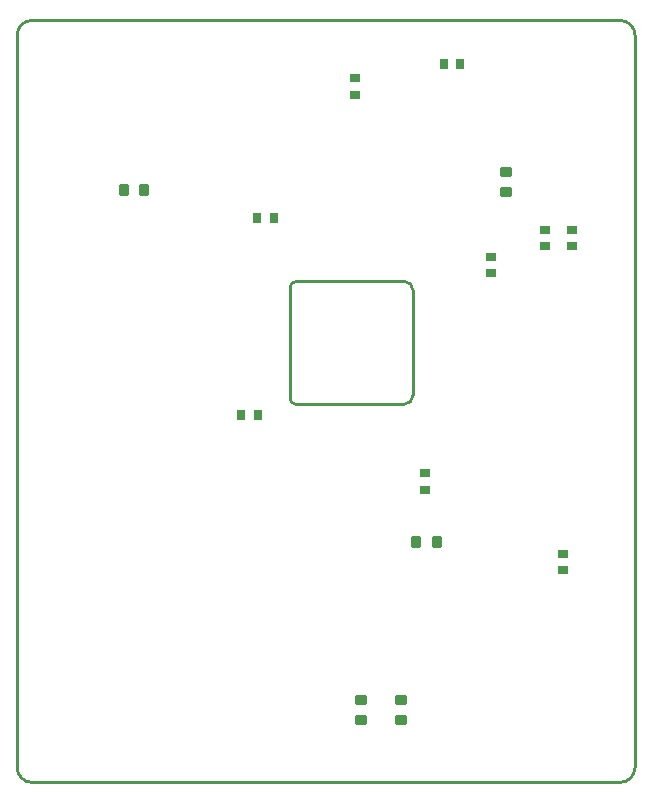
<source format=gbp>
G04*
G04 #@! TF.GenerationSoftware,Altium Limited,Altium Designer,21.2.2 (38)*
G04*
G04 Layer_Color=128*
%FSLAX25Y25*%
%MOIN*%
G70*
G04*
G04 #@! TF.SameCoordinates,02BB65A1-8190-4807-ADF1-2835F9576F4A*
G04*
G04*
G04 #@! TF.FilePolarity,Positive*
G04*
G01*
G75*
%ADD11C,0.01000*%
%ADD45R,0.03740X0.02953*%
G04:AMPARAMS|DCode=46|XSize=39.37mil|YSize=35.43mil|CornerRadius=4.43mil|HoleSize=0mil|Usage=FLASHONLY|Rotation=0.000|XOffset=0mil|YOffset=0mil|HoleType=Round|Shape=RoundedRectangle|*
%AMROUNDEDRECTD46*
21,1,0.03937,0.02657,0,0,0.0*
21,1,0.03051,0.03543,0,0,0.0*
1,1,0.00886,0.01526,-0.01329*
1,1,0.00886,-0.01526,-0.01329*
1,1,0.00886,-0.01526,0.01329*
1,1,0.00886,0.01526,0.01329*
%
%ADD46ROUNDEDRECTD46*%
%ADD47R,0.02953X0.03740*%
G04:AMPARAMS|DCode=48|XSize=39.37mil|YSize=35.43mil|CornerRadius=4.43mil|HoleSize=0mil|Usage=FLASHONLY|Rotation=270.000|XOffset=0mil|YOffset=0mil|HoleType=Round|Shape=RoundedRectangle|*
%AMROUNDEDRECTD48*
21,1,0.03937,0.02657,0,0,270.0*
21,1,0.03051,0.03543,0,0,270.0*
1,1,0.00886,-0.01329,-0.01526*
1,1,0.00886,-0.01329,0.01526*
1,1,0.00886,0.01329,0.01526*
1,1,0.00886,0.01329,-0.01526*
%
%ADD48ROUNDEDRECTD48*%
D11*
X93000Y167000D02*
G03*
X91000Y165000I0J-2000D01*
G01*
Y128000D02*
G03*
X93000Y126000I2000J0D01*
G01*
X129000D02*
G03*
X132000Y129000I0J3000D01*
G01*
Y164000D02*
G03*
X129000Y167000I-3000J0D01*
G01*
X5000Y254000D02*
G03*
X0Y249000I0J-5000D01*
G01*
Y5000D02*
G03*
X5000Y0I5000J0D01*
G01*
X201000D02*
G03*
X206000Y5000I0J5000D01*
G01*
Y249000D02*
G03*
X201000Y254000I-5000J0D01*
G01*
X91000Y128000D02*
Y165000D01*
X93000Y126000D02*
X129000D01*
X132000Y129000D02*
Y164000D01*
X93000Y167000D02*
X129000D01*
X5000Y254000D02*
X16000D01*
X0Y5000D02*
Y249000D01*
X5000Y0D02*
X201000D01*
X206000Y5000D02*
Y249000D01*
X16000Y254000D02*
X201000D01*
D45*
X182000Y76256D02*
D03*
Y70744D02*
D03*
X136000Y97488D02*
D03*
Y103000D02*
D03*
X158000Y169744D02*
D03*
Y175256D02*
D03*
X185000Y178744D02*
D03*
Y184256D02*
D03*
X176000Y178744D02*
D03*
Y184256D02*
D03*
X112500Y234756D02*
D03*
Y229244D02*
D03*
D46*
X128000Y20654D02*
D03*
Y27347D02*
D03*
X114500Y20654D02*
D03*
Y27347D02*
D03*
X163000Y203346D02*
D03*
Y196653D02*
D03*
D47*
X74744Y122500D02*
D03*
X80256D02*
D03*
X147756Y239500D02*
D03*
X142244D02*
D03*
X79988Y188000D02*
D03*
X85500D02*
D03*
D48*
X133153Y80000D02*
D03*
X139847D02*
D03*
X42346Y197500D02*
D03*
X35653D02*
D03*
M02*

</source>
